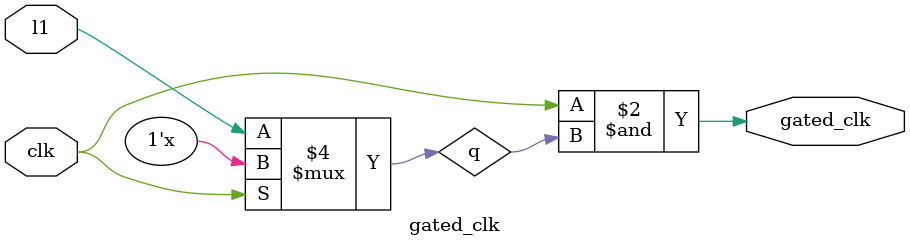
<source format=v>
module gated_clk (
  input  wire       clk,
  input  wire       l1,

  output wire       gated_clk
);

  wire              en;
  reg               q;

  assign en        = ~clk;
  assign gated_clk = clk & q;

  always @(en or l1) begin
    if (en)
      q            <= l1;
  end


endmodule
</source>
